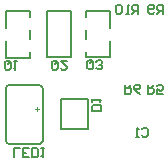
<source format=gbo>
G04 Layer_Color=32896*
%FSLAX25Y25*%
%MOIN*%
G70*
G01*
G75*
%ADD25C,0.00394*%
%ADD27C,0.00591*%
%ADD28C,0.00500*%
D25*
X14961Y17914D02*
X16142D01*
X15551Y17323D02*
Y18504D01*
D27*
X5118Y7283D02*
G03*
X6102Y6299I984J0D01*
G01*
Y25787D02*
G03*
X5118Y24803I0J-984D01*
G01*
X17323Y24803D02*
G03*
X16339Y25787I-984J0D01*
G01*
Y6299D02*
G03*
X17323Y7283I0J984D01*
G01*
X39764Y44882D02*
Y50590D01*
X31890Y48622D02*
Y50590D01*
Y41142D02*
Y44291D01*
Y35039D02*
Y36811D01*
X39764Y35039D02*
Y40551D01*
X31890Y35039D02*
X39764D01*
X31890Y50590D02*
X39764D01*
X5118Y34843D02*
X12992D01*
X5118Y50394D02*
X12992D01*
X5118Y44882D02*
Y50394D01*
X12992Y48622D02*
Y50394D01*
Y41142D02*
Y44291D01*
Y34843D02*
Y36811D01*
X5118Y34843D02*
Y40551D01*
X18898Y35039D02*
X26772D01*
X18898D02*
Y50590D01*
X26772D01*
Y35039D02*
Y50590D01*
X5118Y7284D02*
Y24803D01*
X6102Y25788D02*
X16339D01*
X17323Y7284D02*
Y24803D01*
X6102Y6299D02*
X16339D01*
X23425Y21063D02*
X32480D01*
Y11024D02*
Y21063D01*
X23425Y11024D02*
X32480D01*
X23425D02*
Y21063D01*
D28*
X44882Y25984D02*
Y22985D01*
X46381D01*
X46881Y23485D01*
Y24485D01*
X46381Y24985D01*
X44882D01*
X45882D02*
X46881Y25984D01*
X49880Y22985D02*
X48880Y23485D01*
X47881Y24485D01*
Y25484D01*
X48381Y25984D01*
X49380D01*
X49880Y25484D01*
Y24985D01*
X49380Y24485D01*
X47881D01*
X52362Y25984D02*
Y22985D01*
X53862D01*
X54362Y23485D01*
Y24485D01*
X53862Y24985D01*
X52362D01*
X53362D02*
X54362Y25984D01*
X57361Y22985D02*
X55361D01*
Y24485D01*
X56361Y23985D01*
X56861D01*
X57361Y24485D01*
Y25484D01*
X56861Y25984D01*
X55861D01*
X55361Y25484D01*
X22472Y33358D02*
Y31359D01*
X21972Y30859D01*
X20972D01*
X20472Y31359D01*
Y33358D01*
X20972Y33858D01*
X21972D01*
X21472Y32859D02*
X22472Y33858D01*
X21972D02*
X22472Y33358D01*
X25471Y33858D02*
X23471D01*
X25471Y31859D01*
Y31359D01*
X24971Y30859D01*
X23971D01*
X23471Y31359D01*
X7874Y1725D02*
Y4724D01*
X9873D01*
X12873Y1725D02*
X10873D01*
Y4724D01*
X12873D01*
X10873Y3225D02*
X11873D01*
X13872Y1725D02*
Y4724D01*
X15372D01*
X15871Y4225D01*
Y2225D01*
X15372Y1725D01*
X13872D01*
X16871Y4724D02*
X17871D01*
X17371D01*
Y1725D01*
X16871Y2225D01*
X6724Y33358D02*
Y31359D01*
X6224Y30859D01*
X5224D01*
X4724Y31359D01*
Y33358D01*
X5224Y33858D01*
X6224D01*
X5724Y32859D02*
X6724Y33858D01*
X6224D02*
X6724Y33358D01*
X7723Y33858D02*
X8723D01*
X8223D01*
Y30859D01*
X7723Y31359D01*
X36857Y17323D02*
X33858D01*
Y18822D01*
X34358Y19322D01*
X36358D01*
X36857Y18822D01*
Y17323D01*
X33858Y20322D02*
Y21321D01*
Y20822D01*
X36857D01*
X36358Y20322D01*
X34283Y33555D02*
Y31556D01*
X33783Y31056D01*
X32783D01*
X32283Y31556D01*
Y33555D01*
X32783Y34055D01*
X33783D01*
X33283Y33055D02*
X34283Y34055D01*
X33783D02*
X34283Y33555D01*
X35282Y31556D02*
X35782Y31056D01*
X36782D01*
X37282Y31556D01*
Y32056D01*
X36782Y32555D01*
X36282D01*
X36782D01*
X37282Y33055D01*
Y33555D01*
X36782Y34055D01*
X35782D01*
X35282Y33555D01*
X50363Y11161D02*
X50863Y11660D01*
X51862D01*
X52362Y11161D01*
Y9161D01*
X51862Y8662D01*
X50863D01*
X50363Y9161D01*
X49363Y8662D02*
X48364D01*
X48863D01*
Y11660D01*
X49363Y11161D01*
X49213Y49606D02*
Y52605D01*
X47713D01*
X47213Y52105D01*
Y51106D01*
X47713Y50606D01*
X49213D01*
X48213D02*
X47213Y49606D01*
X46214D02*
X45214D01*
X45714D01*
Y52605D01*
X46214Y52105D01*
X43714D02*
X43214Y52605D01*
X42215D01*
X41715Y52105D01*
Y50106D01*
X42215Y49606D01*
X43214D01*
X43714Y50106D01*
Y52105D01*
X57480Y49606D02*
Y52605D01*
X55981D01*
X55481Y52105D01*
Y51106D01*
X55981Y50606D01*
X57480D01*
X56481D02*
X55481Y49606D01*
X54481Y50106D02*
X53981Y49606D01*
X52982D01*
X52482Y50106D01*
Y52105D01*
X52982Y52605D01*
X53981D01*
X54481Y52105D01*
Y51606D01*
X53981Y51106D01*
X52482D01*
M02*

</source>
